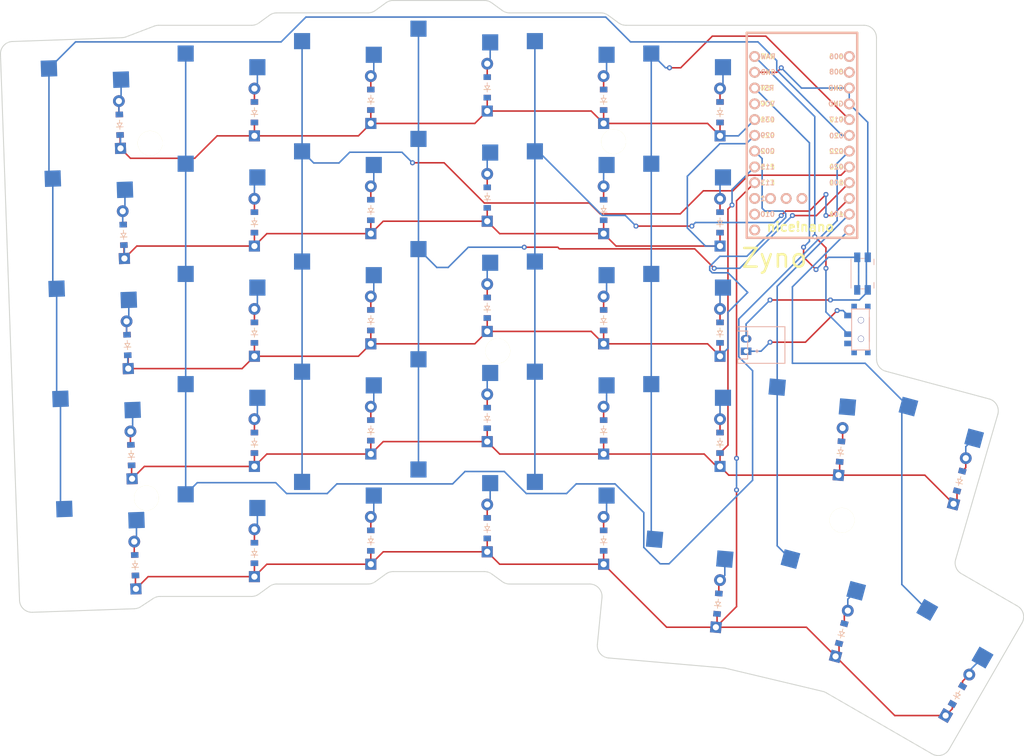
<source format=kicad_pcb>
(kicad_pcb (version 20240108) (generator "pcbnew") (generator_version "8.0")
  (title_block (title "zyno_left") (rev "v1.0.0") (company "Unknown"))
  (layers (0 "F.Cu" signal) (31 "B.Cu" signal) (34 "B.Paste" user) (35 "F.Paste" user) (36 "B.SilkS" user "B.Silkscreen") (37 "F.SilkS" user "F.Silkscreen") (38 "B.Mask" user) (39 "F.Mask" user) (44 "Edge.Cuts" user))
  (net 0 "")
  (net 1 "P020")
  (net 2 "outer_mod")
  (net 3 "outer_bottom")
  (net 4 "outer_home")
  (net 5 "outer_top")
  (net 6 "outer_num")
  (net 7 "P022")
  (net 8 "pinky_mod")
  (net 9 "pinky_bottom")
  (net 10 "pinky_home")
  (net 11 "pinky_top")
  (net 12 "pinky_num")
  (net 13 "P024")
  (net 14 "ring_mod")
  (net 15 "ring_bottom")
  (net 16 "ring_home")
  (net 17 "ring_top")
  (net 18 "ring_num")
  (net 19 "P100")
  (net 20 "middle_mod")
  (net 21 "middle_bottom")
  (net 22 "middle_home")
  (net 23 "middle_top")
  (net 24 "middle_num")
  (net 25 "P011")
  (net 26 "index_mod")
  (net 27 "index_bottom")
  (net 28 "index_home")
  (net 29 "index_top")
  (net 30 "index_num")
  (net 31 "P017")
  (net 32 "inner_bottom")
  (net 33 "inner_home")
  (net 34 "inner_top")
  (net 35 "inner_num")
  (net 36 "left_thumb")
  (net 37 "P104")
  (net 38 "home_thumb")
  (net 39 "P106")
  (net 40 "far_thumb")
  (net 41 "close_index")
  (net 42 "far_index")
  (net 43 "P113")
  (net 44 "P115")
  (net 45 "P002")
  (net 46 "P029")
  (net 47 "P031")
  (net 48 "RAW")
  (net 49 "GND")
  (net 50 "RST")
  (net 51 "VCC")
  (net 52 "P111")
  (net 53 "P010")
  (net 54 "P009")
  (net 55 "P006")
  (net 56 "P008")
  (net 57 "P101")
  (net 58 "P102")
  (net 59 "P107")
  (net 60 "pos")
  (footprint "E73:SPDT_C128955" (layer "F.Cu") (at 174.83918 115.254072 -90)
    (property "Reference" "T1" (hide yes))
    (property "Value" "" (hide yes))
  )
  (footprint "ComboDiode" (layer "F.Cu") (at 77.13918 80.254073 90)
    (property "Reference" "D10" (hide yes))
    (property "Value" "" (hide yes))
  )
  (footprint "PG1350" (layer "F.Cu") (at 165.106746 158.827684 -15)
    (property "Reference" "S31" (hide yes))
    (property "Value" "" (hide yes))
  )
  (footprint "nice_nano" (layer "F.Cu") (at 165.33918 85.254072 -90)
    (property "Reference" "MCU1" (hide yes))
    (property "Value" "nice_nano" (hide yes))
  )
  (footprint "ComboDiode" (layer "F.Cu") (at 171.554453 134.920569 85)
    (property "Reference" "D33" (hide yes))
    (property "Value" "" (hide yes))
  )
  (footprint "PG1350" (layer "F.Cu") (at 69.33918 130.004073)
    (property "Reference" "S7" (hide yes))
    (property "Value" "" (hide yes))
  )
  (footprint "PG1350" (layer "F.Cu") (at 88.08918 128.004073)
    (property "Reference" "S12" (hide yes))
    (property "Value" "" (hide yes))
  )
  (footprint "PG1350" (layer "F.Cu") (at 184.1096 134.262317 -15)
    (property "Reference" "S34" (hide yes))
    (property "Value" "" (hide yes))
  )
  (footprint "PG1350" (layer "F.Cu") (at 106.83918 90.504072)
    (property "Reference" "S19" (hide yes))
    (property "Value" "" (hide yes))
  )
  (footprint "ComboDiode" (layer "F.Cu") (at 151.804453 159.420569 85)
    (property "Reference" "D30" (hide yes))
    (property "Value" "" (hide yes))
  )
  (footprint "ComboDiode" (layer "F.Cu") (at 95.88918 113.754073 90)
    (property "Reference" "D13" (hide yes))
    (property "Value" "" (hide yes))
  )
  (footprint "ComboDiode" (layer "F.Cu") (at 57.297931 135.486465 92)
    (property "Reference" "D2" (hide yes))
    (property "Value" "" (hide yes))
  )
  (footprint "ComboDiode" (layer "F.Cu") (at 114.63918 111.754072 90)
    (property "Reference" "D18" (hide yes))
    (property "Value" "" (hide yes))
  )
  (footprint "PG1350" (layer "F.Cu") (at 88.08918 110.254073)
    (property "Reference" "S13" (hide yes))
    (property "Value" "" (hide yes))
  )
  (footprint "ComboDiode" (layer "F.Cu") (at 95.88918 78.254073 90)
    (property "Reference" "D15" (hide yes))
    (property "Value" "" (hide yes))
  )
  (footprint "PG1350" (layer "F.Cu") (at 144.33918 112.254072)
    (property "Reference" "S27" (hide yes))
    (property "Value" "" (hide yes))
  )
  (footprint "HOLE_M2_TH" (layer "F.Cu") (at 171.791174 145.983297 -5)
    (property "Reference" "")
    (property "Value" "")
  )
  (footprint "PG1350" (layer "F.Cu") (at 50 150 2)
    (property "Reference" "S1" (hide yes))
    (property "Value" "" (hide yes))
  )
  (footprint "HOLE_M2_TH" (layer "F.Cu") (at 116.33918 118.704072)
    (property "Reference" "")
    (property "Value" "")
  )
  (footprint "PG1350" (layer "F.Cu") (at 144.33918 76.754072)
    (property "Reference" "S29" (hide yes))
    (property "Value" "" (hide yes))
  )
  (footprint "ComboDiode" (layer "F.Cu") (at 77.13918 151.254073 90)
    (property "Reference" "D6" (hide yes))
    (property "Value" "" (hide yes))
  )
  (footprint "ComboDiode" (layer "F.Cu") (at 56.058998 100.00809 92)
    (property "Reference" "D4" (hide yes))
    (property "Value" "" (hide yes))
  )
  (footprint "ComboDiode" (layer "F.Cu") (at 133.38918 131.504072 90)
    (property "Reference" "D22" (hide yes))
    (property "Value" "" (hide yes))
  )
  (footprint "ComboDiode" (layer "F.Cu") (at 114.63918 76.254072 90)
    (property "Reference" "D20" (hide yes))
    (property "Value" "" (hide yes))
  )
  (footprint "PG1350" (layer "F.Cu") (at 88.08918 74.754073)
    (property "Reference" "S15" (hide yes))
    (property "Value" "" (hide yes))
  )
  (footprint "ComboDiode" (layer "F.Cu") (at 95.88918 96.004073 90)
    (property "Reference" "D14" (hide yes))
    (property "Value" "" (hide yes))
  )
  (footprint "PG1350" (layer "F.Cu") (at 106.83918 143.754072)
    (property "Reference" "S16" (hide yes))
    (property "Value" "" (hide yes))
  )
  (footprint "PG1350" (layer "F.Cu") (at 49.380534 132.260813 2)
    (property "Reference" "S2" (hide yes))
    (property "Value" "" (hide yes))
  )
  (footprint "ComboDiode" (layer "F.Cu") (at 133.38918 96.004072 90)
    (property "Reference" "D24" (hide yes))
    (property "Value" "" (hide yes))
  )
  (footprint "ComboDiode" (layer "F.Cu") (at 95.88918 131.504073 90)
    (property "Reference" "D12" (hide yes))
    (property "Value" "" (hide yes))
  )
  (footprint "PG1350" (layer "F.Cu") (at 69.33918 94.504073)
    (property "Reference" "S9" (hide yes))
    (property "Value" "" (hide yes))
  )
  (footprint "ComboDiode" (layer "F.Cu") (at 190.737954 139.661846 75)
    (property "Reference" "D34" (hide yes))
    (property "Value" "" (hide yes))
  )
  (footprint "JST_PH_S2B-PH-K_02x2.00mm_Angled" (layer "F.Cu") (at 156.33918 117.754072 90)
    (property "Reference" "JST1" (hide yes))
    (property "Value" "" (hide yes))
  )
  (footprint "PG1350" (layer "F.Cu") (at 106.83918 126.004072)
    (property "Reference" "S17" (hide yes))
    (property "Value" "" (hide yes))
  )
  (footprint "PG1350" (layer "F.Cu") (at 48.141602 96.782438 2)
    (property "Reference" "S4" (hide yes))
    (property "Value" "" (hide yes))
  )
  (footprint "ComboDiode" (layer "F.Cu") (at 56.678465 117.747277 92)
    (property "Reference" "D3" (hide yes))
    (property "Value" "" (hide yes))
  )
  (footprint "ComboDiode" (layer "F.Cu") (at 77.13918 115.754073 90)
    (property "Reference" "D8" (hide yes))
    (property "Value" "" (hide yes))
  )
  (footprint "PG1350" (layer "F.Cu") (at 69.33918 147.754073)
    (property "Reference" "S6" (hide yes))
    (property "Value" "" (hide yes))
  )
  (footprint "ComboDiode" (layer "F.Cu") (at 57.917397 153.225652 92)
    (property "Reference" "D1" (hide yes))
    (property "Value" "" (hide yes))
  )
  (footprint "ComboDiode" (layer "F.Cu") (at 133.38918 149.254072 90)
    (property "Reference" "D21" (hide yes))
    (property "Value" "" (hide yes))
  )
  (footprint "PG1350" (layer "F.Cu") (at 185.377998 167.209887 -30)
    (property "Reference" "S32" (hide yes))
    (property "Value" "" (hide yes))
  )
  (footprint "ComboDiode" (layer "F.Cu") (at 114.63918 94.004072 90)
    (property "Reference" "D19" (hide yes))
    (property "Value" "" (hide yes))
  )
  (footprint "Panasonic_EVQPUL_EVQPUC" (layer "F.Cu") (at 175.08918 106.254072 -90)
    (property "Reference" "B1" (hide yes))
    (property "Value" "Panasonic_EVQPUL_EVQPUC" (hide yes))
  )
  (footprint "ComboDiode" (layer "F.Cu") (at 95.88918 149.254073 90)
    (property "Reference" "D11" (hide yes))
    (property "Value" "" (hide yes))
  )
  (footprint "PG1350" (layer "F.Cu") (at 125.58918 110.254072)
    (property "Reference" "S23" (hide yes))
    (property "Value" "" (hide yes))
  )
  (footprint "PG1350" (layer "F.Cu") (at 125.58918 74.754072)
    (property "Reference" "S25" (hide yes))
    (property "Value" "" (hide yes))
  )
  (footprint "PG1350" (layer "F.Cu") (at 88.08918 145.754073)
    (property "Reference" "S11" (hide yes))
    (property "Value" "" (hide yes))
  )
  (footprint "PG1350" (layer "F.Cu") (at 125.58918 92.504072)
    (property "Reference" "S24" (hide yes))
    (property "Value" "" (hide yes))
  )
  (footprint "ComboDiode" (layer "F.Cu") (at 133.38918 113.754072 90)
    (property "Reference" "D23" (hide yes))
    (property "Value" "" (hide yes))
  )
  (footprint "PG1350" (layer "F.Cu") (at 69.33918 112.254073)
    (property "Reference" "S8" (hide yes))
    (property "Value" "" (hide yes))
  )
  (footprint "PG1350" (layer "F.Cu") (at 69.33918 76.754073)
    (property "Reference" "S10" (hide yes))
    (property "Value" "" (hide yes))
  )
  (footprint "ComboDiode" (layer "F.Cu") (at 152.13918 133.504072 90)
    (property "Reference" "D26" (hide yes))
    (property "Value" "" (hide yes))
  )
  (footprint "HOLE_M2_TH" (layer "F.Cu") (at 60.33918 85.254073)
    (property "Reference" "")
    (property "Value" "")
  )
  (footprint "PG1350" (layer "F.Cu") (at 144.33918 130.004072)
    (property "Reference" "S26" (hide yes))
    (property "Value" "" (hide yes))
  )
  (footprint "PG1350" (layer "F.Cu") (at 144.33918 155.254072 -5)
    (property "Reference" "S30" (hide yes))
    (property "Value" "" (hide yes))
  )
  (footprint "PG1350" (layer "F.Cu") (at 106.83918 72.754072)
    (property "Reference" "S20" (hide yes))
    (property "Value" "" (hide yes))
  )
  (footprint "PG1350" (layer "F.Cu") (at 125.58918 145.754072)
    (property "Reference" "S21" (hide yes))
    (property "Value" "" (hide yes))
  )
  (footprint "ComboDiode" (layer "F.Cu") (at 55.439532 82.268903 92)
    (property "Reference" "D5" (hide yes))
    (property "Value" "" (hide yes))
  )
  (footprint "ComboDiode" (layer "F.Cu") (at 77.13918 133.504073 90)
    (property "Reference" "D7" (hide yes))
    (property "Value" "" (hide yes))
  )
  (footprint "ComboDiode" (layer "F.Cu") (at 190.382996 174.140975 60)
    (property "Reference" "D32" (hide yes))
    (property "Value" "" (hide yes))
  )
  (footprint "PG1350" (layer "F.Cu") (at 48.761068 114.521626 2)
    (property "Reference" "S3" (hide yes))
    (property "Value" "" (hide yes))
  )
  (footprint "PG1350" (layer "F.Cu") (at 164.08918 130.754072 -5)
    (property "Reference" "S33" (hide yes))
    (property "Value" "" (hide yes))
  )
  (footprint "PG1350" (layer "F.Cu") (at 144.33918 94.504072)
    (property "Reference" "S28" (hide yes))
    (property "Value" "" (hide yes))
  )
  (footprint "PG1350" (layer "F.Cu") (at 47.522136 79.043251 2)
    (property "Reference" "S5" (hide yes))
    (property "Value" "" (hide yes))
  )
  (footprint "ComboDiode" (layer "F.Cu") (at 152.13918 115.754072 90)
    (property "Reference" "D27" (hide yes))
    (property "Value" "" (hide yes))
  )
  (footprint "ComboDiode" (layer "F.Cu") (at 77.13918 98.004073 90)
    (property "Reference" "D9" (hide yes))
    (property "Value" "" (hide yes))
  )
  (footprint "HOLE_M2_TH" (layer "F.Cu") (at 135 85)
    (property "Reference" "")
    (property "Value" "")
  )
  (footprint "PG1350" (layer "F.Cu") (at 106.83918 108.254072)
    (property "Reference" "S18" (hide yes))
    (property "Value" "" (hide yes))
  )
  (footprint "ComboDiode" (layer "F.Cu") (at 133.38918 78.254072 90)
    (property "Reference" "D25" (hide yes))
    (property "Value" "" (hide yes))
  )
  (footprint "ComboDiode" (layer "F.Cu") (at 152.13918 80.254072 90)
    (property "Reference" "D29" (hide yes))
    (property "Value" "" (hide yes))
  )
  (footprint "ComboDiode" (layer "F.Cu") (at 114.63918 129.504072 90)
    (property "Reference" "D17" (hide yes))
    (property "Value" "" (hide yes))
  )
  (footprint "PG1350" (layer "F.Cu") (at 125.58918 128.004072)
    (property "Reference" "S22" (hide yes))
    (property "Value" "" (hide yes))
  )
  (footprint "PG1350" (layer "F.Cu") (at 88.08918 92.504073)
    (property "Reference" "S14" (hide yes))
    (property "Value" "" (hide yes))
  )
  (footprint "ComboDiode" (layer "F.Cu") (at 152.13918 98.004072 90)
    (property "Reference" "D28" (hide yes))
    (property "Value" "" (hide yes))
  )
  (footprint "ComboDiode" (layer "F.Cu") (at 114.63918 147.254072 90)
    (property "Reference" "D16" (hide yes))
    (property "Value" "" (hide yes))
  )
  (footprint "ComboDiode" (layer "F.Cu") (at 171.7351 164.227213 75)
    (property "Reference" "D31" (hide yes))
    (property "Value" "" (hide yes))
  )
  (footprint "HOLE_M2_TH" (layer "F.Cu") (at 59.740887 142.405422 2)
    (property "Reference" "")
    (property "Value" "")
  )
  (gr_line (start 200.047227 159.802037) (end 191.01308 154.58617) (stroke (width 0.15)) (layer "Edge.Cuts"))
  (gr_line (start 175.33918 66.254072) (end 136.989547 66.254072) (stroke (width 0.15)) (layer "Edge.Cuts"))
  (gr_arc (start 175.33918 66.254072) (mid 176.753394 66.839858) (end 177.33918 68.254072) (stroke (width 0.15)) (layer "Edge.Cuts"))
  (gr_line (start 177.359702 120.115431) (end 177.33918 119.504072) (stroke (width 0.15)) (layer "Edge.Cuts"))
  (gr_line (start 60.994576 66.385664) (end 56.461197 68.116797) (stroke (width 0.15)) (layer "Edge.Cuts"))
  (gr_arc (start 60.994576 66.385665) (mid 61.345298 66.287247) (end 61.708053 66.254073) (stroke (width 0.15)) (layer "Edge.Cuts"))
  (gr_line (start 190.092516 152.296059) (end 196.882487 128.928402) (stroke (width 0.15)) (layer "Edge.Cuts"))
  (gr_arc (start 191.01308 154.58617) (mid 190.157393 153.600057) (end 190.092516 152.296059) (stroke (width 0.15)) (layer "Edge.Cuts"))
  (gr_arc (start 79.563204 64.636601) (mid 80.121059 64.352108) (end 80.739547 64.254073) (stroke (width 0.15)) (layer "Edge.Cuts"))
  (gr_arc (start 98.313204 62.6366) (mid 98.871059 62.352107) (end 99.489547 62.254072) (stroke (width 0.15)) (layer "Edge.Cuts"))
  (gr_arc (start 96.615155 155.871545) (mid 96.0573 156.156038) (end 95.438812 156.254073) (stroke (width 0.15)) (layer "Edge.Cuts"))
  (gr_arc (start 168.692714 173.550127) (mid 168.968883 173.637429) (end 169.229547 173.763706) (stroke (width 0.15)) (layer "Edge.Cuts"))
  (gr_arc (start 118.239548 156.254072) (mid 117.62106 156.156038) (end 117.063204 155.871545) (stroke (width 0.15)) (layer "Edge.Cuts"))
  (gr_arc (start 152.707447 169.767069) (mid 152.853784 169.785173) (end 152.998389 169.81401) (stroke (width 0.15)) (layer "Edge.Cuts"))
  (gr_line (start 152.998389 169.81401) (end 168.692714 173.550127) (stroke (width 0.15)) (layer "Edge.Cuts"))
  (gr_line (start 117.063204 63.871545) (end 115.365155 62.6366) (stroke (width 0.15)) (layer "Edge.Cuts"))
  (gr_line (start 55.817519 68.24717) (end 38.161173 68.863743) (stroke (width 0.15)) (layer "Edge.Cuts"))
  (gr_line (start 99.489547 154.254072) (end 114.188812 154.254072) (stroke (width 0.15)) (layer "Edge.Cuts"))
  (gr_line (start 114.188812 62.254072) (end 99.489547 62.254072) (stroke (width 0.15)) (layer "Edge.Cuts"))
  (gr_line (start 61.938433 158.254073) (end 76.688812 158.254073) (stroke (width 0.15)) (layer "Edge.Cuts"))
  (gr_arc (start 195.479561 126.43849) (mid 196.70437 127.38857) (end 196.882487 128.928402) (stroke (width 0.15)) (layer "Edge.Cuts"))
  (gr_line (start 95.438812 64.254073) (end 80.739547 64.254073) (stroke (width 0.15)) (layer "Edge.Cuts"))
  (gr_line (start 133.122819 158.450165) (end 132.381103 165.978675) (stroke (width 0.15)) (layer "Edge.Cuts"))
  (gr_line (start 76.688812 66.254073) (end 61.708053 66.254073) (stroke (width 0.15)) (layer "Edge.Cuts"))
  (gr_arc (start 98.313204 154.6366) (mid 98.871059 154.352107) (end 99.489547 154.254072) (stroke (width 0.15)) (layer "Edge.Cuts"))
  (gr_line (start 41.371927 160.807699) (end 57.800506 160.234001) (stroke (width 0.15)) (layer "Edge.Cuts"))
  (gr_line (start 96.615155 155.871545) (end 98.313204 154.6366) (stroke (width 0.15)) (layer "Edge.Cuts"))
  (gr_arc (start 58.830481 159.905697) (mid 58.338096 160.140758) (end 57.800506 160.234001) (stroke (width 0.15)) (layer "Edge.Cuts"))
  (gr_arc (start 114.188812 154.254072) (mid 114.8073 154.352107) (end 115.365155 154.6366) (stroke (width 0.15)) (layer "Edge.Cuts"))
  (gr_line (start 189.029277 182.885685) (end 200.779277 162.534088) (stroke (width 0.15)) (layer "Edge.Cuts"))
  (gr_arc (start 56.461197 68.116797) (mid 56.144746 68.208585) (end 55.817519 68.24717) (stroke (width 0.15)) (layer "Edge.Cuts"))
  (gr_line (start 132.938812 64.254072) (end 118.239547 64.254072) (stroke (width 0.15)) (layer "Edge.Cuts"))
  (gr_arc (start 79.563204 156.636601) (mid 80.121059 156.352108) (end 80.739547 156.254073) (stroke (width 0.15)) (layer "Edge.Cuts"))
  (gr_arc (start 136.989548 66.254072) (mid 136.37106 66.156038) (end 135.813204 65.871545) (stroke (width 0.15)) (layer "Edge.Cuts"))
  (gr_line (start 115.365155 154.6366) (end 117.063204 155.871545) (stroke (width 0.15)) (layer "Edge.Cuts"))
  (gr_arc (start 60.838659 158.583595) (mid 61.364393 158.338224) (end 61.938433 158.254073) (stroke (width 0.15)) (layer "Edge.Cuts"))
  (gr_arc (start 178.840938 121.980184) (mid 177.792519 121.292304) (end 177.359702 120.115431) (stroke (width 0.15)) (layer "Edge.Cuts"))
  (gr_line (start 195.479561 126.438489) (end 178.840938 121.980183) (stroke (width 0.15)) (layer "Edge.Cuts"))
  (gr_arc (start 114.188812 62.254072) (mid 114.8073 62.352107) (end 115.365155 62.6366) (stroke (width 0.15)) (layer "Edge.Cuts"))
  (gr_arc (start 200.047227 159.802038) (mid 200.979078 161.01645) (end 200.779277 162.534088) (stroke (width 0.15)) (layer "Edge.Cuts"))
  (gr_line (start 58.830481 159.905697) (end 60.838659 158.583595) (stroke (width 0.15)) (layer "Edge.Cuts"))
  (gr_line (start 80.739547 156.254073) (end 95.438812 156.254073) (stroke (width 0.15)) (layer "Edge.Cuts"))
  (gr_line (start 77.865155 157.871545) (end 79.563204 156.6366) (stroke (width 0.15)) (layer "Edge.Cuts"))
  (gr_arc (start 118.239548 64.254072) (mid 117.62106 64.156038) (end 117.063204 63.871545) (stroke (width 0.15)) (layer "Edge.Cuts"))
  (gr_line (start 118.239547 156.254072) (end 131.132455 156.254072) (stroke (width 0.15)) (layer "Edge.Cuts"))
  (gr_line (start 177.33918 119.504072) (end 177.33918 68.254072) (stroke (width 0.15)) (layer "Edge.Cuts"))
  (gr_line (start 79.563204 64.6366) (end 77.865155 65.871545) (stroke (width 0.15)) (layer "Edge.Cuts"))
  (gr_line (start 135.813204 65.871545) (end 134.115155 64.6366) (stroke (width 0.15)) (layer "Edge.Cuts"))
  (gr_arc (start 41.371927 160.807698) (mid 39.938132 160.271624) (end 39.303347 158.878716) (stroke (width 0.15)) (layer "Edge.Cuts"))
  (gr_arc (start 36.23219 70.932324) (mid 36.768264 69.498528) (end 38.161173 68.863743) (stroke (width 0.15)) (layer "Edge.Cuts"))
  (gr_line (start 134.199242 168.167338) (end 152.707446 169.767069) (stroke (width 0.15)) (layer "Edge.Cuts"))
  (gr_arc (start 134.199242 168.167338) (mid 132.83304 167.45275) (end 132.381103 165.978675) (stroke (width 0.15)) (layer "Edge.Cuts"))
  (gr_line (start 169.229547 173.763706) (end 186.297227 183.617736) (stroke (width 0.15)) (layer "Edge.Cuts"))
  (gr_line (start 36.232191 70.932324) (end 39.303347 158.878716) (stroke (width 0.15)) (layer "Edge.Cuts"))
  (gr_arc (start 189.029278 182.885685) (mid 187.814865 183.817537) (end 186.297227 183.617736) (stroke (width 0.15)) (layer "Edge.Cuts"))
  (gr_arc (start 77.865155 65.871545) (mid 77.3073 66.156038) (end 76.688812 66.254073) (stroke (width 0.15)) (layer "Edge.Cuts"))
  (gr_line (start 98.313204 62.6366) (end 96.615155 63.871545) (stroke (width 0.15)) (layer "Edge.Cuts"))
  (gr_arc (start 131.132456 156.254072) (mid 132.614377 156.910976) (end 133.122819 158.450165) (stroke (width 0.15)) (layer "Edge.Cuts"))
  (gr_arc (start 77.865155 157.871545) (mid 77.3073 158.156038) (end 76.688812 158.254073) (stroke (width 0.15)) (layer "Edge.Cuts"))
  (gr_arc (start 132.938812 64.254072) (mid 133.5573 64.352107) (end 134.115155 64.6366) (stroke (width 0.15)) (layer "Edge.Cuts"))
  (gr_arc (start 96.615155 63.871545) (mid 96.0573 64.156038) (end 95.438812 64.254073) (stroke (width 0.15)) (layer "Edge.Cuts"))
  (gr_text "Zyno" (at 155.33918 103.754072 0) (layer "F.SilkS") (effects (font (size 3 3) (thickness 0.4)) (justify left)))
  (segment (start 137.729072 68.929072) (end 158.253767 68.929072) (width 0.25) (layer "B.Cu") (net 1))
  (segment (start 48.323577 68.929073) (end 81.43918 68.929073) (width 0.25) (layer "B.Cu") (net 1))
  (segment (start 44.660945 90.950358) (end 44.660945 108.07008) (width 0.25) (layer "B.Cu") (net 1))
  (segment (start 44.660945 108.07008) (end 45.280411 108.689546) (width 0.25) (layer "B.Cu") (net 1))
  (segment (start 81.43918 68.929073) (end 85.439181 64.929072) (width 0.25) (layer "B.Cu") (net 1))
  (segment (start 158.253767 68.929072) (end 161.275 71.950305) (width 0.25) (layer "B.Cu") (net 1))
  (segment (start 171.784072 83.984072) (end 172.95918 83.984072) (width 0.25) (layer "B.Cu") (net 1))
  (segment (start 85.439181 64.929072) (end 133.729072 64.929072) (width 0.25) (layer "B.Cu") (net 1))
  (segment (start 161.275 71.950305) (end 161.275 73.475) (width 0.25) (layer "B.Cu") (net 1))
  (segment (start 44.041479 73.211171) (end 48.323577 68.929073) (width 0.25) (layer "B.Cu") (net 1))
  (segment (start 133.729072 64.929072) (end 137.729072 68.929072) (width 0.25) (layer "B.Cu") (net 1))
  (segment (start 44.041479 73.211171) (end 44.041479 90.330892) (width 0.25) (layer "B.Cu") (net 1))
  (segment (start 45.280411 108.689546) (end 45.280411 125.809267) (width 0.25) (layer "B.Cu") (net 1))
  (segment (start 44.041479 90.330892) (end 44.660945 90.950358) (width 0.25) (layer "B.Cu") (net 1))
  (segment (start 161.275 73.475) (end 171.784072 83.984072) (width 0.25) (layer "B.Cu") (net 1))
  (segment (start 45.280411 125.809267) (end 45.899877 126.428733) (width 0.25) (layer "B.Cu") (net 1))
  (segment (start 45.899877 143.548454) (end 46.519343 144.16792) (width 0.25) (layer "B.Cu") (net 1))
  (segment (start 45.899877 126.428733) (end 45.899877 143.548454) (width 0.25) (layer "B.Cu") (net 1))
  (segment (start 57.78443 151.501274) (end 57.859813 151.576657) (width 0.25) (layer "F.Cu") (net 2))
  (segment (start 57.78443 149.417973) (end 57.78443 151.501274) (width 0.25) (layer "F.Cu") (net 2))
  (segment (start 58.139086 145.963491) (end 58.139086 149.063317) (width 0.25) (layer "B.Cu") (net 2))
  (segment (start 58.139086 149.063317) (end 57.78443 149.417973) (width 0.25) (layer "B.Cu") (net 2))
  (segment (start 57.164964 133.762087) (end 57.240347 133.83747) (width 0.25) (layer "F.Cu") (net 3))
  (segment (start 57.164964 131.678786) (end 57.164964 133.762087) (width 0.25) (layer "F.Cu") (net 3))
  (segment (start 57.51962 128.224304) (end 57.51962 131.32413) (width 0.25) (layer "B.Cu") (net 3))
  (segment (start 57.51962 131.32413) (end 57.164964 131.678786) (width 0.25) (layer "B.Cu") (net 3))
  (segment (start 56.545498 113.939598) (end 56.545498 116.022899) (width 0.25) (layer "F.Cu") (net 4))
  (segment (start 56.545498 116.022899) (end 56.620881 116.098282) (width 0.25) (layer "F.Cu") (net 4))
  (segment (start 56.900154 110.485117) (end 56.900154 113.584942) (width 0.25) (layer "B.Cu") (net 4))
  (segment (start 56.545498 113.939598) (end 56.545498 116.022899) (width 0.25) (layer "B.Cu") (net 4))
  (segment (start 56.900154 113.584942) (end 56.545498 113.939598) (width 0.25) (layer "B.Cu") (net 4))
  (segment (start 56.545498 116.022899) (end 56.620881 116.098282) (width 0.25) (layer "B.Cu") (net 4))
  (segment (start 55.926031 96.200411) (end 55.926031 98.283712) (width 0.25) (layer "F.Cu") (net 5))
  (segment (start 55.926031 98.283712) (end 56.001414 98.359095) (width 0.25) (layer "F.Cu") (net 5))
  (segment (start 55.926031 96.200411) (end 55.926031 98.283712) (width 0.25) (layer "B.Cu") (net 5))
  (segment (start 56.280688 92.745929) (end 56.280688 95.845754) (width 0.25) (layer "B.Cu") (net 5))
  (segment (start 55.926031 98.283712) (end 56.001414 98.359095) (width 0.25) (layer "B.Cu") (net 5))
  (segment (start 56.280688 95.845754) (end 55.926031 96.200411) (width 0.25) (layer "B.Cu") (net 5))
  (segment (start 55.306565 80.544525) (end 55.381948 80.619908) (width 0.25) (layer "F.Cu") (net 6))
  (segment (start 55.306565 78.461224) (end 55.306565 80.544525) (width 0.25) (layer "F.Cu") (net 6))
  (segment (start 55.306565 78.461224) (end 55.306565 80.544525) (width 0.25) (layer "B.Cu") (net 6))
  (segment (start 55.306565 80.544525) (end 55.381948 80.619908) (width 0.25) (layer "B.Cu") (net 6))
  (segment (start 55.661222 78.106567) (end 55.306565 78.461224) (width 0.25) (layer "B.Cu") (net 6))
  (segment (start 55.661222 75.006742) (end 55.661222 78.106567) (width 0.25) (layer "B.Cu") (net 6))
  (segment (start 109.062529 140.129073) (end 111.06253 138.129072) (width 0.25) (layer "B.Cu") (net 7))
  (segment (start 66.06418 70.804073) (end 66.06418 88.554073) (width 0.25) (layer "B.Cu") (net 7))
  (segment (start 171 97.725305) (end 171 88.483252) (width 0.25) (layer "B.Cu") (net 7))
  (segment (start 157.384209 139.541096) (end 157.384209 121.899101) (width 0.25) (layer "B.Cu") (net 7))
  (segment (start 66.06418 124.054073) (end 66.06418 141.804073) (width 0.25) (layer "B.Cu") (net 7))
  (segment (start 117.38918 138.129072) (end 120.93918 141.679072) (width 0.25) (layer "B.Cu") (net 7))
  (segment (start 155.16418 113.561125) (end 171 97.725305) (width 0.25) (layer "B.Cu") (net 7))
  (segment (start 128.970928 140.129072) (end 135.23918 140.129072) (width 0.25) (layer "B.Cu") (net 7))
  (segment (start 82.320927 141.679073) (end 88.86583 141.679073) (width 0.25) (layer "B.Cu") (net 7))
  (segment (start 171 88.483252) (end 172.95918 86.524072) (width 0.25) (layer "B.Cu") (net 7))
  (segment (start 80.570927 139.929073) (end 82.320927 141.679073) (width 0.25) (layer "B.Cu") (net 7))
  (segment (start 139.861863 144.751755) (end 139.861863 150.357648) (width 0.25) (layer "B.Cu") (net 7))
  (segment (start 66.06418 141.804073) (end 67.93918 139.929073) (width 0.25) (layer "B.Cu") (net 7))
  (segment (start 135.23918 140.129072) (end 139.861863 144.751755) (width 0.25) (layer "B.Cu") (net 7))
  (segment (start 90.41583 140.129073) (end 109.062529 140.129073) (width 0.25) (layer "B.Cu") (net 7))
  (segment (start 66.06418 88.554073) (end 66.06418 106.304073) (width 0.25) (layer "B.Cu") (net 7))
  (segment (start 67.93918 139.929073) (end 80.570927 139.929073) (width 0.25) (layer "B.Cu") (net 7))
  (segment (start 155.16418 119.679072) (end 155.16418 113.561125) (width 0.25) (layer "B.Cu") (net 7))
  (segment (start 66.06418 106.304073) (end 66.06418 124.054073) (width 0.25) (layer "B.Cu") (net 7))
  (segment (start 88.86583 141.679073) (end 90.41583 140.129073) (width 0.25) (layer "B.Cu") (net 7))
  (segment (start 143.925305 153) (end 157.384209 139.541096) (width 0.25) (layer "B.Cu") (net 7))
  (segment (start 139.861863 150.357648) (end 142.504215 153) (width 0.25) (layer "B.Cu") (net 7))
  (segment (start 127.420928 141.679072) (end 128.970928 140.129072) (width 0.25) (layer "B.Cu") (net 7))
  (segment (start 142.504215 153) (end 143.925305 153) (width 0.25) (layer "B.Cu") (net 7))
  (segment (start 120.93918 141.679072) (end 127.420928 141.679072) (width 0.25) (layer "B.Cu") (net 7))
  (segment (start 111.06253 138.129072) (end 117.38918 138.129072) (width 0.25) (layer "B.Cu") (net 7))
  (segment (start 157.384209 121.899101) (end 155.16418 119.679072) (width 0.25) (layer "B.Cu") (net 7))
  (segment (start 77.13918 149.604073) (end 77.13918 147.444073) (width 0.25) (layer "F.Cu") (net 8))
  (segment (start 77.61418 144.004073) (end 77.61418 146.969073) (width 0.25) (layer "B.Cu") (net 8))
  (segment (start 77.61418 146.969073) (end 77.13918 147.444073) (width 0.25) (layer "B.Cu") (net 8))
  (segment (start 77.13918 129.694073) (end 77.13918 131.854073) (width 0.25) (layer "F.Cu") (net 9))
  (segment (start 77.61418 126.254073) (end 77.61418 129.219073) (width 0.25) (layer "B.Cu") (net 9))
  (segment (start 77.61418 129.219073) (end 77.13918 129.694073) (width 0.25) (layer "B.Cu") (net 9))
  (segment (start 77.13918 111.944073) (end 77.13918 114.104073) (width 0.25) (layer "F.Cu") (net 10))
  (segment (start 77.61418 108.504073) (end 77.61418 111.469073) (width 0.25) (layer "B.Cu") (net 10))
  (segment (start 77.61418 111.469073) (end 77.13918 111.944073) (width 0.25) (layer "B.Cu") (net 10))
  (segment (start 77.13918 94.194073) (end 77.13918 96.354073) (width 0.25) (layer "F.Cu") (net 11))
  (segment (start 77.13918 94.194073) (end 77.13918 91.229073) (width 0.25) (layer "B.Cu") (net 11))
  (segment (start 77.13918 91.229073) (end 77.61418 90.754073) (width 0.25) (layer "B.Cu") (net 11))
  (segment (start 77.13918 76.444073) (end 77.13918 78.604073) (width 0.25) (layer "F.Cu") (net 12))
  (segment (start 77.61418 75.969073) (end 77.13918 76.444073) (width 0.25) (layer "B.Cu") (net 12))
  (segment (start 77.61418 73.004073) (end 77.61418 75.969073) (width 0.25) (layer "B.Cu") (net 12))
  (segment (start 102.6 88.4) (end 107.690107 88.4) (width 0.25) (layer "F.Cu") (net 13))
  (segment (start 114.169179 94.879072) (end 131.079072 94.879072) (width 0.25) (layer "F.Cu") (net 13))
  (segment (start 171.62048 90.402772) (end 172.95918 89.064072) (width 0.25) (layer "F.Cu") (net 13))
  (segment (start 132.829568 96.629568) (end 145.737099 96.629568) (width 0.25) (layer "F.Cu") (net 13))
  (segment (start 145.737099 96.629568) (end 149.450095 92.916572) (width 0.25) (layer "F.Cu") (net 13))
  (segment (start 154.216572 92.916572) (end 156.730372 90.402772) (width 0.25) (layer "F.Cu") (net 13))
  (segment (start 131.079072 94.879072) (end 132.829568 96.629568) (width 0.25) (layer "F.Cu") (net 13))
  (segment (start 149.450095 92.916572) (end 154.216572 92.916572) (width 0.25) (layer "F.Cu") (net 13))
  (segment (start 156.730372 90.402772) (end 171.62048 90.402772) (width 0.25) (layer "F.Cu") (net 13))
  (segment (start 107.690107 88.4) (end 114.169179 94.879072) (width 0.25) (layer "F.Cu") (net 13))
  (via (at 102.6 88.4) (size 0.8) (drill 0.4) (layers "F.Cu" "B.Cu") (net 13))
  (segment (start 84.81418 104.304073) (end 84.81418 122.054073) (width 0.25) (layer "B.Cu") (net 13))
  (segment (start 84.81418 86.554073) (end 84.81418 104.304073) (width 0.25) (layer "B.Cu") (net 13))
  (segment (start 100.9 86.7) (end 102.6 88.4) (width 0.25) (layer "B.Cu") (net 13))
  (segment (start 84.81418 86.554073) (end 86.68918 88.429073) (width 0.25) (layer "B.Cu") (net 13))
  (segment (start 92.491603 86.7) (end 100.9 86.7) (width 0.25) (layer "B.Cu") (net 13))
  (segment (start 84.81418 122.054073) (end 84.81418 139.804073) (width 0.25) (layer "B.Cu") (net 13))
  (segment (start 84.81418 68.804073) (end 84.81418 86.554073) (width 0.25) (layer "B.Cu") (net 13))
  (segment (start 90.76253 88.429073) (end 92.491603 86.7) (width 0.25) (layer "B.Cu") (net 13))
  (segment (start 86.68918 88.429073) (end 90.76253 88.429073) (width 0.25) (layer "B.Cu") (net 13))
  (segment (start 95.88918 147.604073) (end 95.88918 145.444073) (width 0.25) (layer "F.Cu") (net 14))
  (segment (start 96.36418 144.969073) (end 95.88918 145.444073) (width 0.25) (layer "B.Cu") (net 14))
  (segment (start 96.36418 142.004073) (end 96.36418 144.969073) (width 0.25) (layer "B.Cu") (net 14))
  (segment (start 95.88918 127.694073) (end 95.88918 129.854073) (width 0.25) (layer "F.Cu") (net 15))
  (segment (start 96.36418 127.219073) (end 95.88918 127.694073) (width 0.25) (layer "B.Cu") (net 15))
  (segment (start 96.36418 124.254073) (end 96.36418 127.219073) (width 0.25) (layer "B.Cu") (net 15))
  (segment (start 95.88918 109.944073) (end 95.88918 112.104073) (width 0.25) (layer "F.Cu") (net 16))
  (segment (start 96.36418 106.504073) (end 96.36418 109.469073) (width 0.25) (layer "B.Cu") (net 16))
  (segment (start 96.36418 109.469073) (end 95.88918 109.944073) (width 0.25) (layer "B.Cu") (net 16))
  (segment (start 95.88918 92.194073) (end 95.88918 94.354073) (width 0.25) (layer "F.Cu") (net 17))
  (segment (start 96.36418 88.754073) (end 96.36418 91.719073) (width 0.25) (layer "B.Cu") (net 17))
  (segment (start 96.36418 91.719073) (end 95.88918 92.194073) (width 0.25) (layer "B.Cu") (net 17))
  (segment (start 95.88918 74.444073) (end 95.88918 76.604073) (width 0.25) (layer "F.Cu") (net 18))
  (segment (start 96.36418 73.969073) (end 95.88918 74.444073) (width 0.25) (layer "B.Cu") (net 18))
  (segment (start 96.36418 71.004073) (end 96.36418 73.969073) (width 0.25) (layer "B.Cu") (net 18))
  (segment (start 120.6 102) (end 126 102) (width 0.25) (layer "F.Cu") (net 19))
  (segment (start 167.663252 96.9) (end 172.95918 91.604072) (width 0.25) (layer "F.Cu") (net 19))
  (segment (start 126.264072 102.264072) (end 148.064072 102.264072) (width 0.25) (layer "F.Cu") (net 19))
  (segment (start 148.064072 102.264072) (end 151.2 105.4) (width 0.25) (layer "F.Cu") (net 19))
  (segment (start 126 102) (end 126.264072 102.264072) (width 0.25) (layer "F.Cu") (net 19))
  (segment (start 163.8 96.9) (end 167.663252 96.9) (width 0.25) (layer "F.Cu") (net 19))
  (via (at 151.2 105.4) (size 0.8) (drill 0.4) (layers "F.Cu" "B.Cu") (net 19))
  (via (at 163.8 96.9) (size 0.8) (drill 0.4) (layers "F.Cu" "B.Cu") (net 19))
  (via (at 120.6 102) (size 0.8) (drill 0.4) (layers "F.Cu" "B.Cu") (net 19))
  (segment (start 103.56418 120.054072) (end 103.56418 137.804072) (width 0.25) (layer "B.Cu") (net 19))
  (segment (start 103.56418 84.554072) (end 103.56418 102.304072) (width 0.25) (layer "B.Cu") (net 19))
  (segment (start 103.56418 102.304072) (end 103.56418 120.054072) (width 0.25) (layer "B.Cu") (net 19))
  (segment (start 155.3 105.4) (end 163.8 96.9) (width 0.25) (layer "B.Cu") (net 19))
  (segment (start 103.56418 66.804072) (end 103.56418 84.554072) (width 0.25) (layer "B.Cu") (net 19))
  (segment (start 151.2 105.4) (end 155.3 105.4) (width 0.25) (layer "B.Cu") (net 19))
  (segment (start 111.6 102) (end 120.6 102) (width 0.25) (layer "B.Cu") (net 19))
  (segment (start 103.56418 102.304072) (end 106.520982 105.260874) (width 0.25) (layer "B.Cu") (net 19))
  (segment (start 108.339126 105.260874) (end 111.6 102) (width 0.25) (layer "B.Cu") (net 19))
  (segment (start 106.520982 105.260874) (end 108.339126 105.260874) (width 0.25) (layer "B.Cu") (net 19))
  (segment (start 114.63918 145.604072) (end 114.63918 143.444072) (width 0.25) (layer "F.Cu") (net 20))
  (segment (start 115.11418 140.004072) (end 115.11418 142.969072) (width 0.25) (layer "B.Cu") (net 20))
  (segment (start 115.11418 142.969072) (end 114.63918 143.444072) (width 0.25) (layer "B.Cu") (net 20))
  (segment (start 114.63918 125.694072) (end 114.63918 127.854072) (width 0.25) (layer "F.Cu") (net 21))
  (segment (start 114.63918 125.694072) (end 114.63918 122.729072) (width 0.25) (layer "B.Cu") (net 21))
  (segment (start 114.63918 122.729072) (end 115.11418 122.254072) (width 0.25) (layer "B.Cu") (net 21))
  (segment (start 114.63918 110.104072) (end 114.63918 107.944072) (width 0.25) (layer "F.Cu") (net 22))
  (segment (start 114.63918 107.944072) (end 114.63918 104.979072) (width 0.25) (layer "B.Cu") (net 22))
  (segment (start 114.63918 104.979072) (end 115.11418 104.504072) (width 0.25) (layer "B.Cu") (net 22))
  (segment (start 114.63918 90.194072) (end 114.63918 92.354072) (width 0.25) (layer "F.Cu") (net 23))
  (segment (start 114.63918 90.194072) (end 114.63918 87.229072) (width 0.25) (layer "B.Cu") (net 23))
  (segment (start 114.63918 87.229072) (end 115.11418 86.754072) (width 0.25) (layer "B.Cu") (net 23))
  (segment (start 114.63918 72.444072) (end 114.63918 74.604072) (width 0.25) (layer "F.Cu") (net 24))
  (segment (start 115.11418 69.004072) (end 115.11418 71.969072) (width 0.25) (layer "B.Cu") (net 24))
  (segment (start 115.11418 71.969072) (end 114.63918 72.444072) (width 0.25) (layer "B.Cu") (net 24))
  (segment (start 170.203252 96.9) (end 172.95918 94.144072) (width 0.25) (layer "F.Cu") (net 25))
  (segment (start 138.6 98.6) (end 147.6 98.6) (width 0.25) (layer "F.Cu") (net 25))
  (segment (start 166.525 96.175) (end 169.2 93.5) (width 0.25) (layer "F.Cu") (net 25))
  (segment (start 162.725 96.175) (end 166.525 96.175) (width 0.25) (layer "F.Cu") (net 25))
  (segment (start 169.2 96.9) (end 170.203252 96.9) (width 0.25) (layer "F.Cu") (net 25))
  (segment (start 162 96.9) (end 162.725 96.175) (width 0.25) (layer "F.Cu") (net 25))
  (via (at 138.6 98.6) (size 0.8) (drill 0.4) (layers "F.Cu" "B.Cu") (net 25))
  (via (at 147.6 98.6) (size 0.8) (drill 0.4) (layers "F.Cu" "B.Cu") (net 25))
  (via (at 169.2 96.9) (size 0.8) (drill 0.4) (layers "F.Cu" "B.Cu") (net 25))
  (via (at 162 96.9) (size 0.8) (drill 0.4) (layers "F.Cu" "B.Cu") (net 25))
  (via (at 169.2 93.5) (size 0.8) (drill 0.4) (layers "F.Cu" "B.Cu") (net 25))
  (segment (start 122.854072 86.554072) (end 133.179072 96.879072) (width 0.25) (layer "B.Cu") (net 25))
  (segment (start 160.877228 98.022772) (end 162 96.9) (width 0.25) (layer "B.Cu") (net 25))
  (segment (start 122.31418 86.554072) (end 122.31418 104.304072) (width 0.25) (layer "B.Cu") (net 25))
  (segment (start 136.879072 96.879072) (end 138.6 98.6) (width 0.25) (layer "B.Cu") (net 25))
  (segment (start 122.31418 86.554072) (end 122.854072 86.554072) (width 0.25) (layer "B.Cu") (net 25))
  (segment (start 122.31418 104.304072) (end 122.31418 122.054072) (width 0.25) (layer "B.Cu") (net 25))
  (segment (start 122.31418 122.054072) (end 122.31418 139.804072) (width 0.25) (layer "B.Cu") (net 25))
  (segment (start 133.179072 96.879072) (end 136.879072 96.879072) (width 0.25) (layer "B.Cu") (net 25))
  (segment (start 148.177228 98.022772) (end 160.877228 98.022772) (width 0.25) (layer "B.Cu") (net 25))
  (segment (start 169.2 93.5) (end 169.2 96.9) (width 0.25) (layer "B.Cu") (net 25))
  (segment (start 147.6 98.6) (end 148.177228 98.022772) (width 0.25) (layer "B.Cu") (net 25))
  (segment (start 122.31418 68.804072) (end 122.31418 86.554072) (width 0.25) (layer "B.Cu") (net 25))
  (segment (start 133.38918 147.604072) (end 133.38918 145.444072) (width 0.25) (layer "F.Cu") (net 26))
  (segment (start 133.86418 144.969072) (end 133.38918 145.444072) (width 0.25) (layer "B.Cu") (net 26))
  (segment (start 133.86418 142.004072) (end 133.86418 144.969072) (width 0.25) (layer "B.Cu") (net 26))
  (segment (start 133.38918 129.854072) (end 133.38918 127.694072) (width 0.25) (layer "F.Cu") (net 27))
  (segment (start 133.86418 127.219072) (end 133.38918 127.694072) (width 0.25) (layer "B.Cu") (net 27))
  (segment (start 133.86418 124.254072) (end 133.86418 127.219072) (width 0.25) (layer "B.Cu") (net 27))
  (segment (start 133.38918 109.944072) (end 133.38918 112.104072) (width 0.25) (layer "F.Cu") (net 28))
  (segment (start 133.86418 106.504072) (end 133.86418 109.469072) (width 0.25) (layer "B.Cu") (net 28))
  (segment (start 133.86418 109.469072) (end 133.38918 109.944072) (width 0.25) (layer "B.Cu") (net 28))
  (segment (start 133.38918 92.194072) (end 133.38918 94.354072) (width 0.25) (layer "F.Cu") (net 29))
  (segment (start 133.38918 92.194072) (end 133.38918 89.229072) (width 0.25) (layer "B.Cu") (net 29))
  (segment (start 133.38918 89.229072) (end 133.86418 88.754072) (width 0.25) (layer "B.Cu") (net 29))
  (segment (start 133.38918 74.444072) (end 133.38918 76.604072) (width 0.25) (layer "F.Cu") (net 30))
  (segment (start 133.86418 73.969072) (end 133.38918 74.444072) (width 0.25) (layer "B.Cu") (net 30))
  (segment (start 133.86418 71.004072) (end 133.86418 73.969072) (width 0.25) (layer "B.Cu") (net 30))
  (segment (start 159.515108 68) (end 150.9 68) (width 0.25) (layer "F.Cu") (net 31))
  (segment (start 150.9 68) (end 145.8 73.1) (width 0.25) (layer "F.Cu") (net 31))
  (segment (start 145.8 73.1) (end 144 73.1) (width 0.25) (layer "F.Cu") (net 31))
  (segment (start 172.95918 81.444072) (end 159.515108 68) (width 0.25) (layer "F.Cu") (net 31))
  (via (at 144 73.1) (size 0.8) (drill 0.4) (layers "F.Cu" "B.Cu") (net 31))
  (segment (start 141.06418 88.554072) (end 141.06418 106.304072) (width 0.25) (layer "B.Cu") (net 31))
  (segment (start 141.06418 148.510239) (end 141.595219 149.041278) (width 0.25) (layer "B.Cu") (net 31))
  (segment (start 141.06418 124.054072) (end 141.06418 148.510239) (width 0.25) (layer "B.Cu") (net 31))
  (segment (start 143.360108 73.1) (end 141.06418 70.804072) (width 0.25) (layer "B.Cu") (net 31))
  (segment (start 141.06418 70.804072) (end 141.06418 88.554072) (width 0.25) (layer "B.Cu") (net 31))
  (segment (start 144 73.1) (end 143.360108 73.1) (width 0.25) (layer "B.Cu") (net 31))
  (segment (start 141.06418 106.304072) (end 141.06418 124.054072) (width 0.25) (layer "B.Cu") (net 31))
  (segment (start 152.13918 129.694072) (end 152.13918 131.854072) (width 0.25) (layer "F.Cu") (net 32))
  (segment (start 152.13918 126.729072) (end 152.61418 126.254072) (width 0.25) (layer "B.Cu") (net 32))
  (segment (start 152.13918 129.694072) (end 152.13918 126.729072) (width 0.25) (layer "B.Cu") (net 32))
  (segment (start 152.13918 111.944072) (end 152.13918 114.104072) (width 0.25) (layer "F.Cu") (net 33))
  (segment (start 152.13918 111.944072) (end 152.13918 108.979072) (width 0.25) (layer "B.Cu") (net 33))
  (segment (start 152.13918 108.979072) (end 152.61418 108.504072) (width 0.25) (layer "B.Cu") (net 33))
  (segment (start 152.13918 94.194072) (end 152.13918 96.354072) (width 0.25) (layer "F.Cu") (net 34))
  (segment (start 152.13918 94.194072) (end 152.13918 91.229072) (width 0.25) (layer "B.Cu") (net 34))
  (segment (start 152.13918 91.229072) (end 152.61418 90.754072) (width 0.25) (layer "B.Cu") (net 34))
  (segment (start 152.13918 76.444072) (end 152.13918 78.604072) (width 0.25) (layer "F.Cu") (net 35))
  (segment (start 152.61418 73.004072) (end 152.61418 75.969072) (width 0.25) (layer "B.Cu") (net 35))
  (segment (start 152.61418 75.969072) (end 152.13918 76.444072) (width 0.25) (layer "B.Cu") (net 35))
  (segment (start 151.94826 155.813323) (end 152.136516 155.625067) (width 0.25) (layer "F.Cu") (net 36))
  (segment (start 151.94826 157.776848) (end 151.94826 155.813323) (width 0.25) (layer "F.Cu") (net 36))
  (segment (start 152.909525 154.852058) (end 152.136516 155.625067) (width 0.25) (layer "B.Cu") (net 36))
  (segment (start 152.909525 152.239556) (end 152.909525 154.852058) (width 0.25) (layer "B.Cu") (net 36))
  (segment (start 161.345219 124.541278) (end 161.345219 108.298033) (width 0.25) (layer "B.Cu") (net 37))
  (segment (start 161.345219 108.298033) (end 172.95918 96.684072) (width 0.25) (layer "B.Cu") (net 37))
  (segment (start 161.345219 150.0947) (end 161.345219 124.541278) (width 0.25) (layer "B.Cu") (net 37))
  (segment (start 163.483312 152.232793) (end 161.345219 150.0947) (width 0.25) (layer "B.Cu") (net 37))
  (segment (start 172.162151 161.106086) (end 172.721201 160.547036) (width 0.25) (layer "F.Cu") (net 38))
  (segment (start 172.162151 162.633435) (end 172.162151 161.106086) (width 0.25) (layer "F.Cu") (net 38))
  (segment (start 174.070354 157.34719) (end 172.721201 158.696343) (width 0.25) (layer "B.Cu") (net 38))
  (segment (start 172.721201 158.696343) (end 172.721201 160.547036) (width 0.25) (layer "B.Cu") (net 38))
  (segment (start 181.42472 128.728872) (end 182.486166 127.667426) (width 0.25) (layer "B.Cu") (net 39))
  (segment (start 175.51874 120.7) (end 163.8 120.7) (width 0.25) (layer "B.Cu") (net 39))
  (segment (start 181.42472 156.327491) (end 181.42472 128.728872) (width 0.25) (layer "B.Cu") (net 39))
  (segment (start 163.8 108.383252) (end 172.95918 99.224072) (width 0.25) (layer "B.Cu") (net 39))
  (segment (start 163.8 120.7) (end 163.8 108.383252) (width 0.25) (layer "B.Cu") (net 39))
  (segment (start 182.486166 127.667426) (end 175.51874 120.7) (width 0.25) (layer "B.Cu") (net 39))
  (segment (start 185.516765 160.419536) (end 181.42472 156.327491) (width 0.25) (layer "B.Cu") (net 39))
  (segment (start 191.207996 172.712033) (end 191.207996 171.921418) (width 0.25) (layer "F.Cu") (net 40))
  (segment (start 191.207996 171.921418) (end 192.287996 170.841418) (width 0.25) (layer "F.Cu") (net 40))
  (segment (start 194.419358 168.099792) (end 192.287996 170.231154) (width 0.25) (layer "B.Cu") (net 40))
  (segment (start 192.287996 170.231154) (end 192.287996 170.841418) (width 0.25) (layer "B.Cu") (net 40))
  (segment (start 171.886516 133.088592) (end 171.69826 133.276848) (width 0.25) (layer "F.Cu") (net 41))
  (segment (start 171.886516 131.125067) (end 171.886516 133.088592) (width 0.25) (layer "F.Cu") (net 41))
  (segment (start 191.724055 135.981669) (end 191.724055 137.509018) (width 0.25) (layer "F.Cu") (net 42))
  (segment (start 191.724055 137.509018) (end 191.165005 138.068068) (width 0.25) (layer "F.Cu") (net 42))
  (segment (start 191.724055 134.130976) (end 191.724055 135.981669) (width 0.25) (layer "B.Cu") (net 42))
  (segment (start 193.073208 132.781823) (end 191.724055 134.130976) (width 0.25) (layer "B.Cu") (net 42))
  (segment (start 57.974981 156.957948) (end 58.050364 157.033331) (width 0.25) (layer "F.Cu") (net 43))
  (segment (start 57.974981 154.874647) (end 57.974981 156.957948) (width 0.25) (layer "F.Cu") (net 43))
  (segment (start 154.8 136) (end 154.8 94.523252) (width 0.25) (layer "F.Cu") (net 43))
  (segment (start 151.660646 161.06429) (end 151.660646 163.027815) (width 0.25) (layer "F.Cu") (net 43))
  (segment (start 171.308049 165.820991) (end 171.308049 167.34834) (width 0.25) (layer "F.Cu") (net 43))
  (segment (start 97.889181 151.064072) (end 95.88918 153.064073) (width 0.25) (layer "F.Cu") (net 43))
  (segment (start 154.8 94.523252) (end 157.71918 91.604072) (width 0.25) (layer "F.Cu") (net 43))
  (segment (start 95.88918 153.064073) (end 79.13918 153.064073) (width 0.25) (layer "F.Cu") (net 43))
  (segment (start 166.05768 163.216071) (end 151.47239 163.216071) (width 0.25) (layer "F.Cu") (net 43))
  (segment (start 79.13918 153.064073) (end 77.13918 155.064073) (width 0.25) (layer "F.Cu") (net 43))
  (segment (start 189.557996 175.569917) (end 189.557996 176.360532) (width 0.25) (layer "F.Cu") (net 43))
  (segment (start 151.47239 163.216071) (end 143.541179 163.216071) (width 0.25) (layer "F.Cu") (net 43))
  (segment (start 188.477996 177.440532) (end 180.282141 177.440532) (width 0.25) (layer "F.Cu") (net 43))
  (segment (start 170.748999 167.90739) (end 166.05768 163.216071) (width 0.25) (layer "F.Cu") (net 43))
  (segment (start 151.660646 163.027815) (end 151.47239 163.216071) (width 0.25) (layer "F.Cu") (net 43))
  (segment (start 114.63918 148.904072) (end 114.63918 151.064072) (width 0.25) (layer "F.Cu") (net 43))
  (segment (start 133.38918 150.904072) (end 133.38918 153.064072) (width 0.25) (layer "F.Cu") (net 43))
  (segment (start 154.8 159.888461) (end 154.8 141.1) (width 0.25) (layer "F.Cu") (net 43))
  (segment (start 77.13918 155.064073) (end 60.019622 155.064073) (width 0.25) (layer "F.Cu") (net 43))
  (segment (start 189.557996 176.360532) (end 188.477996 177.440532) (width 0.25) (layer "F.Cu") (net 43))
  (segment (start 133.38918 153.064072) (end 116.63918 153.064072) (width 0.25) (layer "F.Cu") (net 43))
  (segment (start 116.63918 153.064072) (end 114.63918 151.064072) (width 0.25) (layer "F.Cu") (net 43))
  (segment (start 180.282141 177.440532) (end 170.748999 167.90739) (width 0.25) (layer "F.Cu") (net 43))
  (segment (start 95.88918 150.904073) (end 95.88918 153.064073) (width 0.25) (layer "F.Cu") (net 43))
  (segment (start 171.308049 167.34834) (end 170.748999 167.90739) (width 0.25) (layer "F.Cu") (net 43))
  (segment (start 143.541179 163.216071) (end 133.38918 153.064072) (width 0.25) (layer "F.Cu") (net 43))
  (segment (start 114.63918 151.064072) (end 97.889181 151.064072) (width 0.25) (layer "F.Cu") (net 43))
  (segment (start 77.13918 152.904073) (end 77.13918 155.064073) (width 0.25) (layer "F.Cu") (net 43))
  (segment (start 151.47239 163.216071) (end 154.8 159.888461) (width 0.25) (layer "F.Cu") (net 43))
  (segment (start 60.019622 155.064073) (end 58.050364 157.033331) (width 0.25) (layer "F.Cu") (net 43))
  (via (at 154.8 136) (size 0.8) (drill 0.4) (layers "F.Cu" "B.Cu") (net 43))
  (via (at 154.8 141.1) (size 0.8) (drill 0.4) (layers "F.Cu" "B.Cu") (net 43))
  (segment (start 154.8 141.1) (end 154.8 136) (width 0.25) (layer "B.Cu") (net 43))
  (segment (start 149.585928 135.314072) (end 133.38918 135.314072) (width 0.25) (layer "F.Cu") (net 44))
  (segment (start 97.889181 133.314072) (end 95.88918 135.314073) (width 0.25) (layer "F.Cu") (net 44))
  (segment (start 153.41668 133.876572) (end 153.41668 95.85832) (width 0.25) (layer "F.Cu") (net 44))
  (segment (start 57.355515 137.13546) (end 57.355515 139.218761) (width 0.25) (layer "F.Cu") (net 44))
  (segment (start 133.38918 133.154072) (end 133.38918 135.314072) (width 0.25) (layer "F.Cu") (net 44))
  (segment (start 77.13918 137.314073) (end 59.410969 137.314073) (width 0.25) (layer "F.Cu") (net 44))
  (segment (start 171.410646 136.56429) (end 171.410646 138.527815) (width 0.25) (layer "F.Cu") (net 44))
  (segment (start 133.38918 135.314072) (end 116.63918 135.314072) (width 0.25) (layer "F.Cu") (net 44))
  (segment (start 190.310903 141.255624) (end 190.310903 142.782973) (width 0.25) (layer "F.Cu") (net 44))
  (segment (start 152.13918 135.154072) (end 152.13918 137.314072) (width 0.25) (layer "F.Cu") (net 44))
  (segment (start 95.88918 133.154073) (end 95.88918 135.314073) (width 0.25) (layer "F.Cu") (net 44))
  (segment (start 171.22239 138.716071) (end 153.541179 138.716071) (width 0.25) (layer "F.Cu") (net 44))
  (segment (start 114.63918 131.154072) (end 114.63918 133.314072) (width 0.25) (layer "F.Cu") (net 44))
  (segment (start 153.541179 138.716071) (end 152.13918 137.314072) (width 0.25) (layer "F.Cu") (net 44))
  (segment (start 116.63918 135.314072) (end 114.63918 133.314072) (width 0.25) (layer "F.Cu") (net 44))
  (segment (start 185.125901 138.716071) (end 171.22239 138.716071) (width 0.25) (layer "F.Cu") (net 44))
  (segment (start 151.585928 137.314072) (end 149.585928 135.314072) (width 0.25) (layer "F.Cu") (net 44))
  (segment (start 190.310903 142.782973) (end 189.751853 143.342023) (width 0.25) (layer "F.Cu") (net 44))
  (segment (start 114.63918 133.314072) (end 97.889181 133.314072) (width 0.25) (layer "F.Cu") (net 44))
  (segment (start 79.13918 135.314073) (end 77.13918 137.314073) (width 0.25) (layer "F.Cu") (net 44))
  (segment (start 189.751853 143.342023) (end 185.125901 138.716071) (width 0.25) (layer "F.Cu") (net 44))
  (segment (start 59.410969 137.314073) (end 57.430898 139.294144) (width 0.25) (layer "F.Cu") (net 44))
  (segment (start 171.410646 138.527815) (end 171.22239 138.716071) (width 0.25) (layer "F.Cu") (net 44))
  (segment (start 95.88918 135.314073) (end 79.13918 135.314073) (width 0.25) (layer "F.Cu") (net 44))
  (segment (start 152.13918 135.154072) (end 153.41668 133.876572) (width 0.25) (layer "F.Cu") (net 44))
  (segment (start 77.13918 135.154073) (end 77.13918 137.314073) (width 0.25) (layer "F.Cu") (net 44))
  (segment (start 153.41668 95.85832) (end 154.075 95.2) (width 0.25) (layer "F.Cu") (net 44))
  (segment (start 57.355515 139.218761) (end 57.430898 139.294144) (width 0.25) (layer "F.Cu") (net 44))
  (segment (start 152.13918 137.314072) (end 151.585928 137.314072) (width 0.25) (layer "F.Cu") (net 44))
  (via (at 154.075 95.2) (size 0.8) (drill 0.4) (layers "F.Cu" "B.Cu") (net 44))
  (segment (start 154.075 92.708252) (end 157.71918 89.064072) (width 0.25) (layer "B.Cu") (net 44))
  (segment (start 154.075 95.2) (end 154.075 92.708252) (width 0.25) (layer "B.Cu") (net 44))
  (segment (start 114.63918 113.404072) (end 114.63918 115.564072) (width 0.25) (layer "F.Cu") (net 45))
  (segment (start 56.811432 121.554956) (end 75.148297 121.554956) (width 0.25) (layer "F.Cu") (net 45))
  (segment (start 152.13918 117.404072) (end 152.13918 119.564072) (width 0.25) (layer "F.Cu") (net 45))
  (segment (start 93.88918 119.564073) (end 95.88918 117.564073) (width 0.25) (layer "F.Cu") (net 45))
  (segment (start 77.13918 119.564073) (end 93.88918 119.564073) (width 0.25) (layer "F.Cu") (net 45))
  (segment (start 56.811432 119.471655) (end 56.736049 119.396272) (width 0.25) (layer "F.Cu") (net 45))
  (segment (start 150.13918 117.564072) (end 152.13918 119.564072) (width 0.25) (layer "F.Cu") (net 45))
  (segment (start 95.88918 115.404073) (end 95.88918 117.564073) (width 0.25) (layer "F.Cu") (net 45))
  (segment (start 95.88918 117.564073) (end 112.639179 117.564073) (width 0.25) (layer "F.Cu") (net 45))
  (segment (start 131.38918 115.564072) (end 133.38918 117.564072) (width 0.25) (layer "F.Cu") (net 45))
  (segment (start 75.148297 121.554956) (end 77.13918 119.564073) (width 0.25) (layer "F.Cu") (net 45))
  (segment (start 133.38918 117.564072) (end 150.13918 117.564072) (width 0.25) (layer "F.Cu") (net 45))
  (segment (start 56.811432 121.554956) (end 56.811432 119.471655) (width 0.25) (layer "F.Cu") (net 45))
  (segment (start 114.63918 115.564072) (end 131.38918 115.564072) (width 0.25) (layer "F.Cu") (net 45))
  (segment (start 77.13918 117.404073) (end 77.13918 119.564073) (width 0.25) (layer "F.Cu") (net 45))
  (segment (start 112.639179 117.564073) (end 114.63918 115.564072) (width 0.25) (layer "F.Cu") (net 45))
  (segment (start 133.38918 115.404072) (end 133.38918 117.564072) (width 0.25) (layer "F.Cu") (net 45))
  (segment (start 150.475 105.099695) (end 152.111091 103.463604) (width 0.25) (layer "B.Cu") (net 45))
  (segment (start 56.736049 121.479573) (end 56.811432 121.554956) (width 0.25) (layer "B.Cu") (net 45))
  (segment (start 56.736049 119.396272) (end 56.736049 121.479573) (width 0.25) (layer "B.Cu") (net 45))
  (segment (start 158.92048 87.725372) (end 157.71918 86.524072) (width 0.25) (layer "B.Cu") (net 45))
  (segment (start 156.6 109.28991) (end 153.43509 106.125) (width 0.25) (layer "B.Cu") (net 45))
  (segment (start 152.111091 103.463604) (end 156.461701 103.463604) (width 0.25) (layer "B.Cu") (net 45))
  (segment (start 156.461701 103.463604) (end 162.725 97.200305) (width 0.25) (layer "B.Cu") (net 45))
  (segment (start 162.300305 96.175) (end 159.375 96.175) (width 0.25) (layer "B.Cu") (net 45))
  (segment (start 150.899695 106.125) (end 150.475 105.700305) (width 0.25) (layer "B.Cu") (net 45))
  (segment (start 159.375 96.175) (end 158.92048 95.72048) (width 0.25) (layer "B.Cu") (net 45))
  (segment (start 162.725 96.599695) (end 162.300305 96.175) (width 0.25) (layer "B.Cu") (net 45))
  (segment (start 153.41668 118.286572) (end 153.41668 112.47323) (width 0.25) (layer "B.Cu") (net 45))
  (segment (start 153.43509 106.125) (end 150.899695 106.125) (width 0.25) (layer "B.Cu") (net 45))
  (segment (start 152.13918 119.564072) (end 153.41668 118.286572) (width 0.25) (layer "B.Cu") (net 45))
  (segment (start 162.725 97.200305) (end 162.725 96.599695) (width 0.25) (layer "B.Cu") (net 45))
  (segment (start 158.92048 95.72048) (end 158.92048 87.725372) (width 0.25) (layer "B.Cu") (net 45))
  (segment (start 150.475 105.700305) (end 150.475 105.099695) (width 0.25) (layer "B.Cu") (net 45))
  (segment (start 153.41668 112.47323) (end 156.6 109.28991) (width 0.25) (layer "B.Cu") (net 45))
  (segment (start 56.116582 103.740386) (end 56.191965 103.815769) (width 0.25) (layer "F.Cu") (net 46))
  (segment (start 56.116582 101.657085) (end 56.116582 103.740386) (width 0.25) (layer "F.Cu") (net 46))
  (segment (start 97.889181 97.814072) (end 95.88918 99.814073) (width 0.25) (layer "F.Cu") (net 46))
  (segment (start 77.13918 99.654073) (end 77.13918 101.814073) (width 0.25) (layer "F.Cu") (net 46))
  (segment (start 152.13918 101.814072) (end 135.38918 101.814072) (width 0.25) (layer "F.Cu") (net 46))
  (segment (start 58.193661 101.814073) (end 56.191965 103.815769) (width 0.25) (layer "F.Cu") (net 46))
  (segment (start 95.88918 97.654073) (end 95.88918 99.814073) (width 0.25) (layer "F.Cu") (net 46))
  (segment (start 116.63918 99.814072) (end 114.63918 97.814072) (width 0.25) (layer "F.Cu") (net 46))
  (segment (start 133.38918 97.654072) (end 133.38918 99.814072) (width 0.25) (layer "F.Cu") (net 46))
  (segment (start 79.13918 99.814073) (end 77.13918 101.814073) (width 0.25) (layer "F.Cu") (net 46))
  (segment (start 77.13918 101.814073) (end 58.193661 101.814073) (width 0.25) (layer "F.Cu") (net 46))
  (segment (start 114.63918 97.814072) (end 97.889181 97.814072) (width 0.25) (layer "F.Cu") (net 46))
  (segment (start 152.13918 99.654072) (end 152.13918 101.814072) (width 0.25) (layer "F.Cu") (net 46))
  (segment (start 135.38918 101.814072) (end 133.38918 99.814072) (width 0.25) (layer "F.Cu") (net 46))
  (segment (start 95.88918 99.814073) (end 79.13918 99.814073) (width 0.25) (layer "F.Cu") (net 46))
  (segment (start 133.38918 99.814072) (end 116.63918 99.814072) (width 0.25) (layer "F.Cu") (net 46))
  (segment (start 114.63918 95.654072) (end 114.63918 97.814072) (width 0.25) (layer "F.Cu") (net 46))
  (segment (start 152.13918 101.814072) (end 149.788767 101.814072) (width 0.25) (layer "B.Cu") (net 46))
  (segment (start 146.875 98.900305) (end 146.875 90.566602) (width 0.25) (layer "B.Cu") (net 46))
  (segment (start 152.11883 85.322772) (end 156.38048 85.322772) (width 0.25) (layer "B.Cu") (net 46))
  (segment (start 149.788767 101.814072) (end 146.875 98.900305) (width 0.25) (layer "B.Cu") (net 46))
  (segment (start 156.38048 85.322772) (end 157.71918 83.984072) (width 0.25) (layer "B.Cu") (net 46))
  (segment (start 56.191965 103.815769) (end 56.191965 101.732468) (width 0.25) (layer "B.Cu") (net 46))
  (segment (start 56.191965 101.732468) (end 56.116582 101.657085) (width 0.25) (layer "B.Cu") (net 46))
  (segment (start 146.875 90.566602) (end 152.11883 85.322772) (width 0.25) (layer "B.Cu") (net 46))
  (segment (start 55.497116 83.917898) (end 55.497116 86.001199) (width 0.25) (layer "F.Cu") (net 47))
  (segment (start 114.63918 80.064072) (end 131.38918 80.064072) (width 0.25) (layer "F.Cu") (net 47))
  (segment (start 95.88918 82.064073) (end 112.639179 82.064073) (width 0.25) (layer "F.Cu") (net 47))
  (segment (start 133.38918 82.064072) (end 150.13918 82.064072) (width 0.25) (layer "F.Cu") (net 47))
  (segment (start 114.63918 77.904072) (end 114.63918 80.064072) (width 0.25) (layer "F.Cu") (net 47))
  (segment (start 55.497116 86.001199) (end 55.572499 86.076582) (width 0.25) (layer "F.Cu") (net 47))
  (segment (start 95.88918 79.904073) (end 95.88918 82.064073) (width 0.25) (layer "F.Cu") (net 47))
  (segment (start 93.88918 84.064073) (end 95.88918 82.064073) (width 0.25) (layer "F.Cu") (net 47))
  (segment (start 152.13918 81.904072) (end 152.13918 84.064072) (width 0.25) (layer "F.Cu") (net 47))
  (segment (start 77.13918 81.904073) (end 77.13918 84.064073) (width 0.25) (layer "F.Cu") (net 47))
  (segment (start 67.520927 87.679073) (end 71.135927 84.064073) (width 0.25) (layer "F.Cu") (net 47))
  (segment (start 77.13918 84.064073) (end 93.88918 84.064073) (width 0.25) (layer "F.Cu") (net 47))
  (segment (start 71.135927 84.064073) (end 77.13918 84.064073) (width 0.25) (layer "F.Cu") (net 47))
  (segment (start 131.38918 80.064072) (end 133.38918 82.064072) (width 0.25) (layer "F.Cu") (net 47))
  (segment (start 55.572499 86.076582) (end 57.17499 87.679073) (width 0.25) (layer "F.Cu") (net 47))
  (segment (start 150.13918 82.064072) (end 152.13918 84.064072) (width 0.25) (layer "F.Cu") (net 47))
  (segment (start 133.38918 79.904072) (end 133.38918 82.064072) (width 0.25) (layer "F.Cu") (net 47))
  (segment (start 112.639179 82.064073) (end 114.63918 80.064072) (width 0.25) (layer "F.Cu") (net 47))
  (segment (start 57.17499 87.679073) (end 67.520927 87.679073) (width 0.25) (layer "F.Cu") (net 47))
  (segment (start 55.572499 83.993281) (end 55.497116 83.917898) (width 0.25) (layer "B.Cu") (net 47))
  (segment (start 55.572499 86.076582) (end 55.572499 83.993281) (width 0.25) (layer "B.Cu") (net 47))
  (segment (start 155.09918 84.064072) (end 157.71918 81.444072) (width 0.25) (layer "B.Cu") (net 47))
  (segment (start 152.13918 84.064072) (end 155.09918 84.064072) (width 0.25) (layer "B.Cu") (net 47))
  (segment (start 169.2 102.1) (end 169.2 105.4) (width 0.25) (layer "F.Cu") (net 48))
  (segment (start 167.4 100.3) (end 169.2 102.1) (width 0.25) (layer "F.Cu") (net 48))
  (via (at 169.2 105.4) (size 0.8) (drill 0.4) (layers "F.Cu" "B.Cu") (net 48))
  (via (at 167.4 100.3) (size 0.8) (drill 0.4) (layers "F.Cu" "B.Cu") (net 48))
  (segment (start 167.4 80.964892) (end 167.4 100.3) (width 0.25) (layer "B.Cu") (net 48))
  (segment (start 169.2 112.439892) (end 172.76418 116.004072) (width 0.25) (layer "B.Cu") (net 48))
  (segment (start 169.2 105.4) (end 169.2 112.439892) (width 0.25) (layer "B.Cu") (net 48))
  (segment (start 157.71918 71.284072) (end 167.4 80.964892) (width 0.25) (layer "B.Cu") (net 48))
  (segment (start 161.275928 73.824072) (end 157.71918 73.824072) (width 0.25) (layer "F.Cu") (net 49))
  (segment (start 162 73.1) (end 161.275928 73.824072) (width 0.25) (layer "F.Cu") (net 49))
  (segment (start 169.925 110.5) (end 160.2 110.5) (width 0.25) (layer "F.Cu") (net 49))
  (via (at 169.925 110.5) (size 0.8) (drill 0.4) (layers "F.Cu" "B.Cu") (net 49))
  (via (at 160.2 110.5) (size 0.8) (drill 0.4) (layers "F.Cu" "B.Cu") (net 49))
  (via (at 162 73.1) (size 0.8) (drill 0.4) (layers "F.Cu" "B.Cu") (net 49))
  (segment (start 156.33918 114.36082) (end 156.33918 116.754072) (width 0.25) (layer "B.Cu") (net 49))
  (segment (start 175.93918 109.154072) (end 174.593252 110.5) (width 0.25) (layer "B.Cu") (net 49))
  (segment (start 175.93918 108.879072) (end 175.71418 108.654072) (width 0.25) (layer "B.Cu") (net 49))
  (segment (start 175.71418 103.854072) (end 175.93918 103.629072) (width 0.25) (layer "B.Cu") (net 49))
  (segment (start 160.2 110.5) (end 156.33918 114.36082) (width 0.25) (layer "B.Cu") (net 49))
  (segment (start 165.264072 76.364072) (end 162 73.1) (width 0.25) (layer "B.Cu") (net 49))
  (segment (start 175.93918 103.629072) (end 175.93918 81.884072) (width 0.25) (layer "B.Cu") (net 49))
  (segment (start 175.93918 108.879072) (end 175.93918 109.154072) (width 0.25) (layer "B.Cu") (net 49))
  (segment (start 172.95918 76.364072) (end 165.264072 76.364072) (width 0.25) (layer "B.Cu") (net 49))
  (segment (start 174.593252 110.5) (end 169.925 110.5) (width 0.25) (layer "B.Cu") (net 49))
  (segment (start 172.95918 78.904072) (end 172.95918 76.364072) (width 0.25) (layer "B.Cu") (net 49))
  (segment (start 175.93918 81.884072) (end 172.95918 78.904072) (width 0.25) (layer "B.Cu") (net 49))
  (segment (start 175.71418 108.654072) (end 175.71418 103.854072) (width 0.25) (layer "B.Cu") (net 49))
  (segment (start 165.6 103.6) (end 165.6 102) (width 0.25) (layer "F.Cu") (net 50))
  (segment (start 167.604279 105.604279) (end 165.6 103.6) (width 0.25) (layer "F.Cu") (net 50))
  (via (at 165.6 102) (size 0.8) (drill 0.4) (layers "F.Cu" "B.Cu") (net 50))
  (via (at 167.604279 105.604279) (size 0.8) (drill 0.4) (layers "F.Cu" "B.Cu") (net 50))
  (segment (start 174.46418 103.854072) (end 174.46418 108.654072) (width 0.25) (layer "B.Cu") (net 50))
  (segment (start 174.46418 108.654072) (end 174.23918 108.879072) (width 0.25) (layer "B.Cu") (net 50))
  (segment (start 166.54048 85.185372) (end 157.71918 76.364072) (width 0.25) (layer "B.Cu") (net 50))
  (segment (start 166.54048 101.05952) (end 166.54048 85.185372) (width 0.25) (layer "B.Cu") (net 50))
  (segment (start 165.6 102) (end 166.54048 101.05952) (width 0.25) (layer "B.Cu") (net 50))
  (segment (start 169.579486 103.629072) (end 167.604279 105.604279) (width 0.25) (layer "B.Cu") (net 50))
  (segment (start 174.23918 103.629072) (end 169.579486 103.629072) (width 0.25) (layer "B.Cu") (net 50))
  (segment (start 174.23918 103.629072) (end 174.46418 103.854072) (width 0.25) (layer "B.Cu") (net 50))
  (segment (start 165.9 117.3) (end 171 112.2) (width 0.25) (layer "F.Cu") (net 60))
  (segment (start 160.2 117.3) (end 165.9 117.3) (width 0.25) (layer "F.Cu") (net 60))
  (via (at 160.2 117.3) (size 0.8) (drill 0.4) (layers "F.Cu" "B.Cu") (net 60))
  (via (at 171 112.2) (size 0.8) (drill 0.4) (layers "F.Cu" "B.Cu") (net 60))
  (segment (start 158.745928 118.754072) (end 160.2 117.3) (width 0.25) (layer "B.Cu") (net 60))
  (segment (start 171 112.2) (end 171.960108 112.2) (width 0.25) (layer "B.Cu") (net 60))
  (segment (start 156.33918 118.754072) (end 158.745928 118.754072) (width 0.25) (layer "B.Cu") (net 60))
  (segment (start 171.960108 112.2) (end 172.76418 113.004072) (width 0.25) (layer "B.Cu") (net 60))
)
</source>
